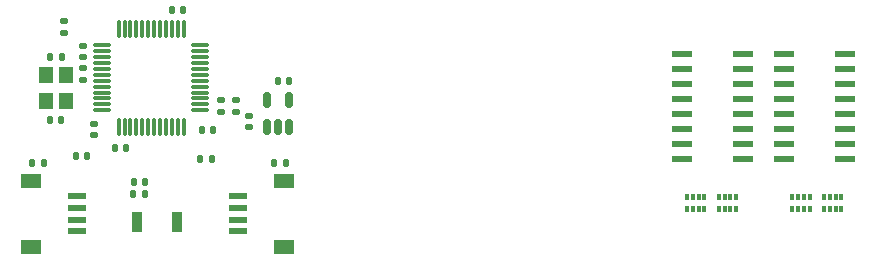
<source format=gbr>
%TF.GenerationSoftware,KiCad,Pcbnew,(6.0.7)*%
%TF.CreationDate,2022-09-25T11:51:51-07:00*%
%TF.ProjectId,ModularKeyboard_Main,4d6f6475-6c61-4724-9b65-79626f617264,0.1*%
%TF.SameCoordinates,Original*%
%TF.FileFunction,Paste,Bot*%
%TF.FilePolarity,Positive*%
%FSLAX46Y46*%
G04 Gerber Fmt 4.6, Leading zero omitted, Abs format (unit mm)*
G04 Created by KiCad (PCBNEW (6.0.7)) date 2022-09-25 11:51:51*
%MOMM*%
%LPD*%
G01*
G04 APERTURE LIST*
G04 Aperture macros list*
%AMRoundRect*
0 Rectangle with rounded corners*
0 $1 Rounding radius*
0 $2 $3 $4 $5 $6 $7 $8 $9 X,Y pos of 4 corners*
0 Add a 4 corners polygon primitive as box body*
4,1,4,$2,$3,$4,$5,$6,$7,$8,$9,$2,$3,0*
0 Add four circle primitives for the rounded corners*
1,1,$1+$1,$2,$3*
1,1,$1+$1,$4,$5*
1,1,$1+$1,$6,$7*
1,1,$1+$1,$8,$9*
0 Add four rect primitives between the rounded corners*
20,1,$1+$1,$2,$3,$4,$5,0*
20,1,$1+$1,$4,$5,$6,$7,0*
20,1,$1+$1,$6,$7,$8,$9,0*
20,1,$1+$1,$8,$9,$2,$3,0*%
G04 Aperture macros list end*
%ADD10R,0.400000X0.500000*%
%ADD11R,0.300000X0.500000*%
%ADD12RoundRect,0.140000X0.170000X-0.140000X0.170000X0.140000X-0.170000X0.140000X-0.170000X-0.140000X0*%
%ADD13RoundRect,0.135000X-0.185000X0.135000X-0.185000X-0.135000X0.185000X-0.135000X0.185000X0.135000X0*%
%ADD14R,1.701800X0.533400*%
%ADD15RoundRect,0.150000X0.150000X-0.512500X0.150000X0.512500X-0.150000X0.512500X-0.150000X-0.512500X0*%
%ADD16RoundRect,0.140000X-0.140000X-0.170000X0.140000X-0.170000X0.140000X0.170000X-0.140000X0.170000X0*%
%ADD17RoundRect,0.140000X0.140000X0.170000X-0.140000X0.170000X-0.140000X-0.170000X0.140000X-0.170000X0*%
%ADD18RoundRect,0.135000X0.135000X0.185000X-0.135000X0.185000X-0.135000X-0.185000X0.135000X-0.185000X0*%
%ADD19RoundRect,0.075000X-0.662500X-0.075000X0.662500X-0.075000X0.662500X0.075000X-0.662500X0.075000X0*%
%ADD20RoundRect,0.075000X-0.075000X-0.662500X0.075000X-0.662500X0.075000X0.662500X-0.075000X0.662500X0*%
%ADD21RoundRect,0.140000X-0.170000X0.140000X-0.170000X-0.140000X0.170000X-0.140000X0.170000X0.140000X0*%
%ADD22R,1.200000X1.400000*%
%ADD23RoundRect,0.135000X-0.135000X-0.185000X0.135000X-0.185000X0.135000X0.185000X-0.135000X0.185000X0*%
%ADD24R,1.550000X0.600000*%
%ADD25R,1.800000X1.200000*%
%ADD26R,0.900000X1.700000*%
G04 APERTURE END LIST*
D10*
%TO.C,RN4*%
X210050000Y-71850000D03*
D11*
X210550000Y-71850000D03*
X211050000Y-71850000D03*
D10*
X211550000Y-71850000D03*
X211550000Y-72850000D03*
D11*
X211050000Y-72850000D03*
X210550000Y-72850000D03*
D10*
X210050000Y-72850000D03*
%TD*%
D12*
%TO.C,C7*%
X145750000Y-57930000D03*
X145750000Y-56970000D03*
%TD*%
D13*
%TO.C,R5*%
X147350000Y-60940000D03*
X147350000Y-61960000D03*
%TD*%
D14*
%TO.C,U3*%
X211849330Y-59755000D03*
X211849330Y-61025000D03*
X211849330Y-62295000D03*
X211849330Y-63565000D03*
X211849330Y-64835000D03*
X211849330Y-66105000D03*
X211849330Y-67375000D03*
X211849330Y-68645000D03*
X206667730Y-68645000D03*
X206667730Y-67375000D03*
X206667730Y-66105000D03*
X206667730Y-64835000D03*
X206667730Y-63565000D03*
X206667730Y-62295000D03*
X206667730Y-61025000D03*
X206667730Y-59755000D03*
%TD*%
D15*
%TO.C,U4*%
X164800000Y-65887500D03*
X163850000Y-65887500D03*
X162900000Y-65887500D03*
X162900000Y-63612500D03*
X164800000Y-63612500D03*
%TD*%
D16*
%TO.C,C8*%
X151620000Y-70550000D03*
X152580000Y-70550000D03*
%TD*%
D17*
%TO.C,C3*%
X155830000Y-56000000D03*
X154870000Y-56000000D03*
%TD*%
D18*
%TO.C,R1*%
X152620000Y-71600000D03*
X151600000Y-71600000D03*
%TD*%
D19*
%TO.C,U2*%
X148937500Y-64500000D03*
X148937500Y-64000000D03*
X148937500Y-63500000D03*
X148937500Y-63000000D03*
X148937500Y-62500000D03*
X148937500Y-62000000D03*
X148937500Y-61500000D03*
X148937500Y-61000000D03*
X148937500Y-60500000D03*
X148937500Y-60000000D03*
X148937500Y-59500000D03*
X148937500Y-59000000D03*
D20*
X150350000Y-57587500D03*
X150850000Y-57587500D03*
X151350000Y-57587500D03*
X151850000Y-57587500D03*
X152350000Y-57587500D03*
X152850000Y-57587500D03*
X153350000Y-57587500D03*
X153850000Y-57587500D03*
X154350000Y-57587500D03*
X154850000Y-57587500D03*
X155350000Y-57587500D03*
X155850000Y-57587500D03*
D19*
X157262500Y-59000000D03*
X157262500Y-59500000D03*
X157262500Y-60000000D03*
X157262500Y-60500000D03*
X157262500Y-61000000D03*
X157262500Y-61500000D03*
X157262500Y-62000000D03*
X157262500Y-62500000D03*
X157262500Y-63000000D03*
X157262500Y-63500000D03*
X157262500Y-64000000D03*
X157262500Y-64500000D03*
D20*
X155850000Y-65912500D03*
X155350000Y-65912500D03*
X154850000Y-65912500D03*
X154350000Y-65912500D03*
X153850000Y-65912500D03*
X153350000Y-65912500D03*
X152850000Y-65912500D03*
X152350000Y-65912500D03*
X151850000Y-65912500D03*
X151350000Y-65912500D03*
X150850000Y-65912500D03*
X150350000Y-65912500D03*
%TD*%
D21*
%TO.C,C2*%
X148300000Y-65620000D03*
X148300000Y-66580000D03*
%TD*%
D22*
%TO.C,HSE1*%
X144200000Y-63750000D03*
X144200000Y-61550000D03*
X145900000Y-61550000D03*
X145900000Y-63750000D03*
%TD*%
D12*
%TO.C,C11*%
X161350000Y-65930000D03*
X161350000Y-64970000D03*
%TD*%
D17*
%TO.C,C10*%
X145530000Y-59950000D03*
X144570000Y-59950000D03*
%TD*%
D10*
%TO.C,RN2*%
X201150000Y-71850000D03*
D11*
X201650000Y-71850000D03*
X202150000Y-71850000D03*
D10*
X202650000Y-71850000D03*
X202650000Y-72850000D03*
D11*
X202150000Y-72850000D03*
X201650000Y-72850000D03*
D10*
X201150000Y-72850000D03*
%TD*%
D16*
%TO.C,C12*%
X163820000Y-62000000D03*
X164780000Y-62000000D03*
%TD*%
%TO.C,C5*%
X150020000Y-67650000D03*
X150980000Y-67650000D03*
%TD*%
D10*
%TO.C,RN3*%
X207350000Y-71850000D03*
D11*
X207850000Y-71850000D03*
X208350000Y-71850000D03*
D10*
X208850000Y-71850000D03*
X208850000Y-72850000D03*
D11*
X208350000Y-72850000D03*
X207850000Y-72850000D03*
D10*
X207350000Y-72850000D03*
%TD*%
D17*
%TO.C,C1*%
X147680000Y-68350000D03*
X146720000Y-68350000D03*
%TD*%
D13*
%TO.C,R2*%
X160250000Y-63590000D03*
X160250000Y-64610000D03*
%TD*%
D23*
%TO.C,R6*%
X163490000Y-68950000D03*
X164510000Y-68950000D03*
%TD*%
D24*
%TO.C,J5*%
X160450000Y-71750000D03*
X160450000Y-72750000D03*
X160450000Y-73750000D03*
X160450000Y-74750000D03*
D25*
X164325000Y-70450000D03*
X164325000Y-76050000D03*
%TD*%
D12*
%TO.C,C6*%
X147350000Y-59980000D03*
X147350000Y-59020000D03*
%TD*%
D13*
%TO.C,R3*%
X159050000Y-63590000D03*
X159050000Y-64610000D03*
%TD*%
D26*
%TO.C,SW16*%
X155300000Y-73925000D03*
X151900000Y-73925000D03*
%TD*%
D23*
%TO.C,R4*%
X157240000Y-68650000D03*
X158260000Y-68650000D03*
%TD*%
D16*
%TO.C,C9*%
X144520000Y-65350000D03*
X145480000Y-65350000D03*
%TD*%
D18*
%TO.C,R7*%
X144010000Y-69000000D03*
X142990000Y-69000000D03*
%TD*%
D10*
%TO.C,RN1*%
X198450000Y-71850000D03*
D11*
X198950000Y-71850000D03*
X199450000Y-71850000D03*
D10*
X199950000Y-71850000D03*
X199950000Y-72850000D03*
D11*
X199450000Y-72850000D03*
X198950000Y-72850000D03*
D10*
X198450000Y-72850000D03*
%TD*%
D24*
%TO.C,J6*%
X146850000Y-74750000D03*
X146850000Y-73750000D03*
X146850000Y-72750000D03*
X146850000Y-71750000D03*
D25*
X142975000Y-76050000D03*
X142975000Y-70450000D03*
%TD*%
D17*
%TO.C,C4*%
X158380000Y-66200000D03*
X157420000Y-66200000D03*
%TD*%
D14*
%TO.C,U1*%
X203190800Y-59755000D03*
X203190800Y-61025000D03*
X203190800Y-62295000D03*
X203190800Y-63565000D03*
X203190800Y-64835000D03*
X203190800Y-66105000D03*
X203190800Y-67375000D03*
X203190800Y-68645000D03*
X198009200Y-68645000D03*
X198009200Y-67375000D03*
X198009200Y-66105000D03*
X198009200Y-64835000D03*
X198009200Y-63565000D03*
X198009200Y-62295000D03*
X198009200Y-61025000D03*
X198009200Y-59755000D03*
%TD*%
M02*

</source>
